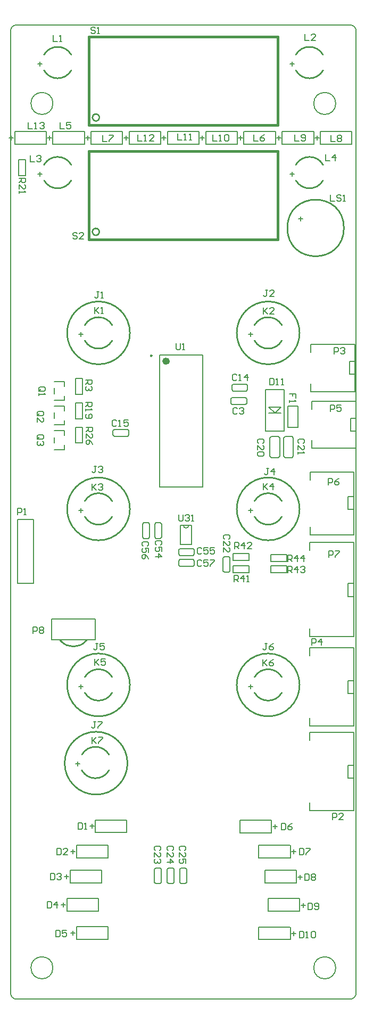
<source format=gto>
%FSLAX25Y25*%
%MOIN*%
G70*
G01*
G75*
%ADD10R,0.07874X0.07874*%
%ADD11R,0.02756X0.03347*%
%ADD12R,0.03347X0.02756*%
%ADD13R,0.03937X0.02362*%
%ADD14O,0.07480X0.02362*%
%ADD15O,0.03543X0.01969*%
%ADD16O,0.03543X0.01969*%
%ADD17R,0.03543X0.01969*%
%ADD18R,0.05118X0.03937*%
%ADD19C,0.04000*%
%ADD20C,0.01200*%
%ADD21C,0.01000*%
%ADD22C,0.01500*%
%ADD23C,0.03000*%
%ADD24C,0.02000*%
%ADD25C,0.05000*%
%ADD26C,0.00800*%
%ADD27C,0.00500*%
%ADD28C,0.07874*%
%ADD29C,0.03937*%
%ADD30C,0.05906*%
%ADD31C,0.06000*%
%ADD32C,0.04724*%
%ADD33R,0.05906X0.05906*%
%ADD34C,0.03000*%
%ADD35C,0.02000*%
%ADD36C,0.04000*%
%ADD37O,0.06693X0.02165*%
%ADD38O,0.02165X0.06693*%
%ADD39R,0.03000X0.06000*%
%ADD40R,0.03937X0.05118*%
%ADD41C,0.00984*%
%ADD42C,0.02362*%
%ADD43C,0.00787*%
%ADD44C,0.00500*%
D21*
X181102Y-303150D02*
G03*
X181102Y-303150I-19685J0D01*
G01*
X152893Y-308071D02*
G03*
X169941Y-308071I8524J4921D01*
G01*
Y-298228D02*
G03*
X152893Y-298228I-8524J-4921D01*
G01*
X181102Y-413386D02*
G03*
X181102Y-413386I-19685J0D01*
G01*
X73285Y-462400D02*
G03*
X73285Y-462400I-19685J0D01*
G01*
X44676Y-466921D02*
G03*
X61724Y-466921I8524J4921D01*
G01*
Y-457079D02*
G03*
X44676Y-457079I-8524J-4921D01*
G01*
X46594Y-418307D02*
G03*
X63642Y-418307I8524J4921D01*
G01*
Y-408465D02*
G03*
X46594Y-408465I-8524J-4921D01*
G01*
X74803Y-413386D02*
G03*
X74803Y-413386I-19685J0D01*
G01*
Y-303150D02*
G03*
X74803Y-303150I-19685J0D01*
G01*
X46594Y-308071D02*
G03*
X63642Y-308071I8524J4921D01*
G01*
Y-298228D02*
G03*
X46594Y-298228I-8524J-4921D01*
G01*
X74803Y-192913D02*
G03*
X74803Y-192913I-19685J0D01*
G01*
X46594Y-197835D02*
G03*
X63642Y-197835I8524J4921D01*
G01*
Y-187992D02*
G03*
X46594Y-187992I-8524J-4921D01*
G01*
X152893Y-197835D02*
G03*
X169941Y-197835I8524J4921D01*
G01*
Y-187992D02*
G03*
X152893Y-187992I-8524J-4921D01*
G01*
X181102Y-192913D02*
G03*
X181102Y-192913I-19685J0D01*
G01*
X208859Y-127200D02*
G03*
X208859Y-127200I-17717J0D01*
G01*
X178760Y-97441D02*
G03*
X195807Y-97441I8524J4921D01*
G01*
Y-87598D02*
G03*
X178760Y-87598I-8524J-4921D01*
G01*
X55689Y-129258D02*
G03*
X55715Y-129600I-2221J-342D01*
G01*
X178760Y-28543D02*
G03*
X195807Y-28543I8524J4921D01*
G01*
Y-18701D02*
G03*
X178760Y-18701I-8524J-4921D01*
G01*
X21004Y-28543D02*
G03*
X38051Y-28543I8524J4921D01*
G01*
Y-18701D02*
G03*
X21004Y-18701I-8524J-4921D01*
G01*
Y-97441D02*
G03*
X38051Y-97441I8524J4921D01*
G01*
Y-87598D02*
G03*
X21004Y-87598I-8524J-4921D01*
G01*
X152893Y-418307D02*
G03*
X169941Y-418307I8524J4921D01*
G01*
Y-408465D02*
G03*
X152893Y-408465I-8524J-4921D01*
G01*
X55721Y-57658D02*
G03*
X55747Y-58000I-2221J-342D01*
G01*
X31221Y-385582D02*
G03*
X47628Y-385523I8179J6882D01*
G01*
D22*
X49213Y-134259D02*
Y-79141D01*
X167323Y-134259D02*
Y-79141D01*
X49213D02*
X167323D01*
X49213Y-134259D02*
X167323D01*
X49245Y-62659D02*
X167355D01*
X49245Y-7541D02*
X167355D01*
Y-62659D02*
Y-7541D01*
X49245Y-62659D02*
Y-7541D01*
D27*
X108234Y-313338D02*
G03*
X111777Y-313338I1772J0D01*
G01*
X161663Y-239305D02*
X165600Y-243242D01*
X169537Y-239305D01*
X161663Y-243242D02*
X169537D01*
X161663Y-239305D02*
X169537D01*
X171506Y-254266D02*
Y-228282D01*
X159695Y-254266D02*
X171506D01*
X159695D02*
Y-228282D01*
X171506D01*
X147187Y-233435D02*
X147974Y-234222D01*
X147187Y-237765D02*
X147974Y-236978D01*
X138132D02*
X138919Y-237765D01*
X138132Y-234222D02*
X138919Y-233435D01*
X147187D01*
X138132Y-236978D02*
Y-234222D01*
X147974Y-236978D02*
Y-234222D01*
X138919Y-237765D02*
X147187D01*
X40635Y-246624D02*
X44965D01*
X40635Y-236781D02*
X44965D01*
X40635Y-246624D02*
Y-236781D01*
X44965Y-246624D02*
Y-236781D01*
X33799Y-235234D02*
Y-232281D01*
Y-226376D02*
Y-223423D01*
X27500Y-231100D02*
Y-227557D01*
Y-235234D02*
X33799D01*
X27500Y-223423D02*
X33799D01*
X5035Y-84526D02*
X9365D01*
X5035Y-94368D02*
X9365D01*
Y-84526D01*
X5035Y-94368D02*
Y-84526D01*
X159449Y-537500D02*
X179134D01*
X179191D02*
Y-529626D01*
X159449Y-537437D02*
Y-529563D01*
X179134D01*
X155512Y-521717D02*
X175197D01*
X175254D02*
Y-513843D01*
X155512Y-521654D02*
Y-513780D01*
X175197D01*
X143701Y-505968D02*
X163386D01*
X163443D02*
Y-498094D01*
X143701Y-505906D02*
Y-498031D01*
X163386D01*
X41339Y-564898D02*
X61024D01*
X41281Y-572772D02*
Y-564898D01*
X61024Y-572835D02*
Y-564961D01*
X41339Y-572835D02*
X61024D01*
X35433Y-547181D02*
X55118D01*
X35376Y-555055D02*
Y-547181D01*
X55118Y-555118D02*
Y-547244D01*
X35433Y-555118D02*
X55118D01*
X37402Y-529465D02*
X57087D01*
X37344Y-537339D02*
Y-529465D01*
X57087Y-537402D02*
Y-529528D01*
X37402Y-537402D02*
X57087D01*
X41339Y-513717D02*
X61024D01*
X41281Y-521591D02*
Y-513717D01*
X61024Y-521654D02*
Y-513780D01*
X41339Y-521654D02*
X61024D01*
X53150Y-497968D02*
X72835D01*
X53092Y-505843D02*
Y-497968D01*
X72835Y-505906D02*
Y-498031D01*
X53150Y-505906D02*
X72835D01*
X187400Y-383043D02*
Y-378000D01*
Y-383043D02*
X214959D01*
Y-323987D01*
X187400D02*
X214959D01*
X187400Y-329030D02*
Y-323987D01*
X211341Y-349900D02*
X214800D01*
X211341Y-358000D02*
Y-349900D01*
Y-358000D02*
X214800D01*
X211341Y-418700D02*
X214800D01*
X211341D02*
Y-410600D01*
X214800D01*
X187400Y-394972D02*
Y-389930D01*
Y-439143D02*
Y-434100D01*
Y-439143D02*
X214959D01*
Y-389930D01*
X187400D02*
X214959D01*
X211441Y-471700D02*
X214900D01*
X211441D02*
Y-463600D01*
X214900D01*
X187500Y-447972D02*
Y-442930D01*
Y-492143D02*
Y-487100D01*
Y-492143D02*
X215059D01*
Y-442930D01*
X187500D02*
X215059D01*
X211441Y-303400D02*
X214900D01*
X211441D02*
Y-295300D01*
X214900D01*
X187600Y-280072D02*
X215159D01*
Y-319443D02*
Y-280072D01*
X187600Y-285115D02*
Y-280072D01*
Y-319443D02*
X215159D01*
X187600D02*
Y-314400D01*
X188900Y-265243D02*
X216459D01*
X188900Y-235715D02*
X216459D01*
Y-265243D02*
Y-235715D01*
X188900Y-265243D02*
Y-260200D01*
Y-240757D02*
Y-235715D01*
X213000Y-246300D02*
X216459D01*
X213000Y-254400D02*
Y-246300D01*
Y-254400D02*
X216459D01*
X188200Y-229643D02*
X215759D01*
X188200Y-200115D02*
X215759D01*
Y-229643D02*
Y-200115D01*
X188200Y-229643D02*
Y-224600D01*
Y-205157D02*
Y-200115D01*
X212300Y-210700D02*
X215759D01*
X212300Y-218800D02*
Y-210700D01*
Y-218800D02*
X215759D01*
X161417Y-555181D02*
X181102D01*
X181160D02*
Y-547307D01*
X161417Y-555118D02*
Y-547244D01*
X181102D01*
X155512Y-572898D02*
X175197D01*
X175254D02*
Y-565024D01*
X155512Y-572835D02*
Y-564961D01*
X175197D01*
X25900Y-372204D02*
X53100D01*
Y-385196D02*
Y-372204D01*
X25900Y-385196D02*
X53100D01*
X25900D02*
Y-372204D01*
X26614Y-66866D02*
X46299D01*
X26557Y-74740D02*
Y-66866D01*
X46299Y-74803D02*
Y-66929D01*
X26614Y-74803D02*
X46299D01*
X146299Y-66866D02*
X165984D01*
X146242Y-74740D02*
Y-66866D01*
X165984Y-74803D02*
Y-66929D01*
X146299Y-74803D02*
X165984D01*
X50551Y-66866D02*
X70236D01*
X50494Y-74740D02*
Y-66866D01*
X70236Y-74803D02*
Y-66929D01*
X50551Y-74803D02*
X70236D01*
X170236Y-66866D02*
X189921D01*
X170179Y-74740D02*
Y-66866D01*
X189921Y-74803D02*
Y-66929D01*
X170236Y-74803D02*
X189921D01*
X194173Y-66803D02*
X213858D01*
X194116Y-74677D02*
Y-66803D01*
X213858Y-74740D02*
Y-66866D01*
X194173Y-74740D02*
X213858D01*
X122362Y-66866D02*
X142047D01*
X122305Y-74740D02*
Y-66866D01*
X142047Y-74803D02*
Y-66929D01*
X122362Y-74803D02*
X142047D01*
X98425Y-66866D02*
X118110D01*
X98368Y-74740D02*
Y-66866D01*
X118110Y-74803D02*
Y-66929D01*
X98425Y-74803D02*
X118110D01*
X74488Y-66866D02*
X94173D01*
X74431Y-74740D02*
Y-66866D01*
X94173Y-74803D02*
Y-66929D01*
X74488Y-74803D02*
X94173D01*
X2677Y-66866D02*
X22362D01*
X2620Y-74740D02*
Y-66866D01*
X22362Y-74803D02*
Y-66929D01*
X2677Y-74803D02*
X22362D01*
X113549Y-325543D02*
Y-313338D01*
X106462Y-325543D02*
X113549D01*
X106462Y-313338D02*
X113549D01*
X106462Y-325543D02*
Y-313338D01*
X33799Y-250588D02*
Y-247635D01*
Y-241730D02*
Y-238777D01*
X27500Y-246454D02*
Y-242911D01*
Y-250588D02*
X33799D01*
X27500Y-238777D02*
X33799D01*
Y-265943D02*
Y-262990D01*
Y-257084D02*
Y-254131D01*
X27500Y-261809D02*
Y-258265D01*
Y-265943D02*
X33799D01*
X27500Y-254131D02*
X33799D01*
X179950Y-252056D02*
Y-238670D01*
X173650Y-252056D02*
Y-238670D01*
Y-252056D02*
X179950D01*
X173650Y-238670D02*
X179950D01*
X162350Y-270246D02*
Y-258828D01*
X163335Y-271230D02*
X167665D01*
X168650Y-270246D02*
Y-258828D01*
X163335Y-257844D02*
X167665D01*
X168650Y-258828D01*
X162350D02*
X163335Y-257844D01*
X167665Y-271230D02*
X168650Y-270246D01*
X162350D02*
X163335Y-271230D01*
X170950Y-270146D02*
Y-258728D01*
X171935Y-271130D02*
X176265D01*
X177250Y-270146D02*
Y-258728D01*
X171935Y-257744D02*
X176265D01*
X177250Y-258728D01*
X170950D02*
X171935Y-257744D01*
X176265Y-271130D02*
X177250Y-270146D01*
X170950D02*
X171935Y-271130D01*
X40635Y-261874D02*
X44965D01*
X40635Y-252031D02*
X44965D01*
X40635Y-261874D02*
Y-252031D01*
X44965Y-261874D02*
Y-252031D01*
X149274Y-343000D02*
Y-338669D01*
X139432Y-343000D02*
Y-338669D01*
Y-343000D02*
X149274D01*
X139432Y-338669D02*
X149274D01*
X139426Y-335465D02*
Y-331135D01*
X149269Y-335465D02*
Y-331135D01*
X139426D02*
X149269D01*
X139426Y-335465D02*
X149269D01*
X172974Y-343165D02*
Y-338835D01*
X163132Y-343165D02*
Y-338835D01*
Y-343165D02*
X172974D01*
X163132Y-338835D02*
X172974D01*
X163126Y-335965D02*
Y-331635D01*
X172969Y-335965D02*
Y-331635D01*
X163126D02*
X172969D01*
X163126Y-335965D02*
X172969D01*
X147687Y-224935D02*
X148474Y-225722D01*
X147687Y-229265D02*
X148474Y-228478D01*
X138632D02*
X139419Y-229265D01*
X138632Y-225722D02*
X139419Y-224935D01*
X147687D01*
X138632Y-228478D02*
Y-225722D01*
X148474Y-228478D02*
Y-225722D01*
X139419Y-229265D02*
X147687D01*
X64226Y-256878D02*
X65013Y-257665D01*
X64226Y-254122D02*
X65013Y-253335D01*
X73281D02*
X74069Y-254122D01*
X73281Y-257665D02*
X74069Y-256878D01*
X65013Y-257665D02*
X73281D01*
X74069Y-256878D02*
Y-254122D01*
X64226Y-256878D02*
Y-254122D01*
X65013Y-253335D02*
X73281D01*
X133235Y-333713D02*
X134022Y-332926D01*
X136778D02*
X137565Y-333713D01*
X136778Y-342768D02*
X137565Y-341981D01*
X133235D02*
X134022Y-342768D01*
X133235Y-341981D02*
Y-333713D01*
X134022Y-342768D02*
X136778D01*
X134022Y-332926D02*
X136778D01*
X137565Y-341981D02*
Y-333713D01*
X93778Y-537774D02*
X94565Y-536987D01*
X90235D02*
X91022Y-537774D01*
X90235Y-528719D02*
X91022Y-527931D01*
X93778D02*
X94565Y-528719D01*
Y-536987D02*
Y-528719D01*
X91022Y-527931D02*
X93778D01*
X91022Y-537774D02*
X93778D01*
X90235Y-536987D02*
Y-528719D01*
X101778Y-537774D02*
X102565Y-536987D01*
X98235D02*
X99022Y-537774D01*
X98235Y-528719D02*
X99022Y-527931D01*
X101778D02*
X102565Y-528719D01*
Y-536987D02*
Y-528719D01*
X99022Y-527931D02*
X101778D01*
X99022Y-537774D02*
X101778D01*
X98235Y-536987D02*
Y-528719D01*
X109478Y-537774D02*
X110265Y-536987D01*
X105935D02*
X106722Y-537774D01*
X105935Y-528719D02*
X106722Y-527931D01*
X109478D02*
X110265Y-528719D01*
Y-536987D02*
Y-528719D01*
X106722Y-527931D02*
X109478D01*
X106722Y-537774D02*
X109478D01*
X105935Y-536987D02*
Y-528719D01*
X90335Y-312613D02*
X91122Y-311826D01*
X93878D02*
X94665Y-312613D01*
X93878Y-321668D02*
X94665Y-320881D01*
X90335D02*
X91122Y-321668D01*
X90335Y-320881D02*
Y-312613D01*
X91122Y-321668D02*
X93878D01*
X91122Y-311826D02*
X93878D01*
X94665Y-320881D02*
Y-312613D01*
X114387Y-328035D02*
X115174Y-328822D01*
X114387Y-332365D02*
X115174Y-331578D01*
X105332D02*
X106119Y-332365D01*
X105332Y-328822D02*
X106119Y-328035D01*
X114387D01*
X105332Y-331578D02*
Y-328822D01*
X115174Y-331578D02*
Y-328822D01*
X106119Y-332365D02*
X114387D01*
X86278Y-321674D02*
X87065Y-320887D01*
X82735D02*
X83522Y-321674D01*
X82735Y-312619D02*
X83522Y-311831D01*
X86278D02*
X87065Y-312619D01*
Y-320887D02*
Y-312619D01*
X83522Y-311831D02*
X86278D01*
X83522Y-321674D02*
X86278D01*
X82735Y-320887D02*
Y-312619D01*
X105326Y-338378D02*
X106113Y-339165D01*
X105326Y-335622D02*
X106113Y-334835D01*
X114381D02*
X115169Y-335622D01*
X114381Y-339165D02*
X115169Y-338378D01*
X106113Y-339165D02*
X114381D01*
X115169Y-338378D02*
Y-335622D01*
X105326Y-338378D02*
Y-335622D01*
X106113Y-334835D02*
X114381D01*
X40635Y-231374D02*
X44965D01*
X40635Y-221531D02*
X44965D01*
X40635Y-231374D02*
Y-221531D01*
X44965Y-231374D02*
Y-221531D01*
X162300Y-221501D02*
Y-225500D01*
X164299D01*
X164966Y-224834D01*
Y-222168D01*
X164299Y-221501D01*
X162300D01*
X166299Y-225500D02*
X167632D01*
X166965D01*
Y-221501D01*
X166299Y-222168D01*
X169631Y-225500D02*
X170964D01*
X170297D01*
Y-221501D01*
X169631Y-222168D01*
X142166Y-240368D02*
X141499Y-239701D01*
X140166D01*
X139500Y-240368D01*
Y-243034D01*
X140166Y-243700D01*
X141499D01*
X142166Y-243034D01*
X143499Y-240368D02*
X144165Y-239701D01*
X145498D01*
X146165Y-240368D01*
Y-241034D01*
X145498Y-241701D01*
X144832D01*
X145498D01*
X146165Y-242367D01*
Y-243034D01*
X145498Y-243700D01*
X144165D01*
X143499Y-243034D01*
X161766Y-277701D02*
X160433D01*
X161099D01*
Y-281034D01*
X160433Y-281700D01*
X159766D01*
X159100Y-281034D01*
X165098Y-281700D02*
Y-277701D01*
X163099Y-279701D01*
X165764D01*
X158400Y-287201D02*
Y-291200D01*
Y-289867D01*
X161066Y-287201D01*
X159066Y-289201D01*
X161066Y-291200D01*
X164398D02*
Y-287201D01*
X162399Y-289201D01*
X165065D01*
X149117Y-304050D02*
X151783D01*
X150450Y-302717D02*
Y-305383D01*
X160766Y-387301D02*
X159433D01*
X160099D01*
Y-390634D01*
X159433Y-391300D01*
X158766D01*
X158100Y-390634D01*
X164764Y-387301D02*
X163432Y-387968D01*
X162099Y-389301D01*
Y-390634D01*
X162765Y-391300D01*
X164098D01*
X164764Y-390634D01*
Y-389967D01*
X164098Y-389301D01*
X162099D01*
X53566Y-436301D02*
X52233D01*
X52899D01*
Y-439634D01*
X52233Y-440300D01*
X51566D01*
X50900Y-439634D01*
X54899Y-436301D02*
X57565D01*
Y-436968D01*
X54899Y-439634D01*
Y-440300D01*
X51000Y-446201D02*
Y-450200D01*
Y-448867D01*
X53666Y-446201D01*
X51666Y-448201D01*
X53666Y-450200D01*
X54999Y-446201D02*
X57665D01*
Y-446868D01*
X54999Y-449534D01*
Y-450200D01*
X40900Y-462901D02*
X43566D01*
X42233Y-461568D02*
Y-464234D01*
X52900Y-397201D02*
Y-401200D01*
Y-399867D01*
X55566Y-397201D01*
X53566Y-399201D01*
X55566Y-401200D01*
X59565Y-397201D02*
X56899D01*
Y-399201D01*
X58232Y-398534D01*
X58898D01*
X59565Y-399201D01*
Y-400534D01*
X58898Y-401200D01*
X57565D01*
X56899Y-400534D01*
X42818Y-414287D02*
X45484D01*
X44151Y-412954D02*
Y-415619D01*
X54866Y-387301D02*
X53533D01*
X54199D01*
Y-390634D01*
X53533Y-391300D01*
X52866D01*
X52200Y-390634D01*
X58864Y-387301D02*
X56199D01*
Y-389301D01*
X57532Y-388634D01*
X58198D01*
X58864Y-389301D01*
Y-390634D01*
X58198Y-391300D01*
X56865D01*
X56199Y-390634D01*
X53866Y-276301D02*
X52533D01*
X53199D01*
Y-279634D01*
X52533Y-280300D01*
X51866D01*
X51200Y-279634D01*
X55199Y-276968D02*
X55865Y-276301D01*
X57198D01*
X57864Y-276968D01*
Y-277634D01*
X57198Y-278301D01*
X56532D01*
X57198D01*
X57864Y-278967D01*
Y-279634D01*
X57198Y-280300D01*
X55865D01*
X55199Y-279634D01*
X51200Y-287301D02*
Y-291300D01*
Y-289967D01*
X53866Y-287301D01*
X51866Y-289301D01*
X53866Y-291300D01*
X55199Y-287968D02*
X55865Y-287301D01*
X57198D01*
X57864Y-287968D01*
Y-288634D01*
X57198Y-289301D01*
X56532D01*
X57198D01*
X57864Y-289967D01*
Y-290634D01*
X57198Y-291300D01*
X55865D01*
X55199Y-290634D01*
X42818Y-304050D02*
X45484D01*
X44151Y-302717D02*
Y-305383D01*
X47200Y-236300D02*
X51199D01*
Y-238299D01*
X50532Y-238966D01*
X49199D01*
X48533Y-238299D01*
Y-236300D01*
Y-237633D02*
X47200Y-238966D01*
Y-240299D02*
Y-241632D01*
Y-240965D01*
X51199D01*
X50532Y-240299D01*
X47866Y-243631D02*
X47200Y-244297D01*
Y-245630D01*
X47866Y-246297D01*
X50532D01*
X51199Y-245630D01*
Y-244297D01*
X50532Y-243631D01*
X49866D01*
X49199Y-244297D01*
Y-246297D01*
X18367Y-229466D02*
X21032D01*
X21699Y-228799D01*
Y-227466D01*
X21032Y-226800D01*
X18367D01*
X17700Y-227466D01*
Y-228799D01*
X19033Y-228133D02*
X17700Y-229466D01*
Y-228799D02*
X18367Y-229466D01*
X17700Y-230799D02*
Y-232132D01*
Y-231465D01*
X21699D01*
X21032Y-230799D01*
X55366Y-167001D02*
X54033D01*
X54699D01*
Y-170334D01*
X54033Y-171000D01*
X53366D01*
X52700Y-170334D01*
X56699Y-171000D02*
X58032D01*
X57365D01*
Y-167001D01*
X56699Y-167668D01*
X52800Y-176901D02*
Y-180900D01*
Y-179567D01*
X55466Y-176901D01*
X53466Y-178901D01*
X55466Y-180900D01*
X56799D02*
X58132D01*
X57465D01*
Y-176901D01*
X56799Y-177568D01*
X42818Y-193814D02*
X45484D01*
X44151Y-192481D02*
Y-195147D01*
X158300Y-177201D02*
Y-181200D01*
Y-179867D01*
X160966Y-177201D01*
X158967Y-179201D01*
X160966Y-181200D01*
X164964D02*
X162299D01*
X164964Y-178534D01*
Y-177868D01*
X164298Y-177201D01*
X162965D01*
X162299Y-177868D01*
X149117Y-193814D02*
X151783D01*
X150450Y-192481D02*
Y-195147D01*
X160966Y-166101D02*
X159633D01*
X160299D01*
Y-169433D01*
X159633Y-170100D01*
X158967D01*
X158300Y-169433D01*
X164964Y-170100D02*
X162299D01*
X164964Y-167434D01*
Y-166768D01*
X164298Y-166101D01*
X162965D01*
X162299Y-166768D01*
X200300Y-106301D02*
Y-110300D01*
X202966D01*
X206964Y-106968D02*
X206298Y-106301D01*
X204965D01*
X204299Y-106968D01*
Y-107634D01*
X204965Y-108301D01*
X206298D01*
X206964Y-108967D01*
Y-109634D01*
X206298Y-110300D01*
X204965D01*
X204299Y-109634D01*
X208297Y-110300D02*
X209630D01*
X208964D01*
Y-106301D01*
X208297Y-106968D01*
X181899Y-120100D02*
Y-122766D01*
X183232Y-121433D02*
X180567D01*
X197300Y-81201D02*
Y-85200D01*
X199966D01*
X203298D02*
Y-81201D01*
X201299Y-83201D01*
X203964D01*
X174984Y-93420D02*
X177649D01*
X176316Y-92087D02*
Y-94753D01*
X41766Y-130768D02*
X41099Y-130101D01*
X39766D01*
X39100Y-130768D01*
Y-131434D01*
X39766Y-132101D01*
X41099D01*
X41766Y-132767D01*
Y-133433D01*
X41099Y-134100D01*
X39766D01*
X39100Y-133433D01*
X45764Y-134100D02*
X43099D01*
X45764Y-131434D01*
Y-130768D01*
X45098Y-130101D01*
X43765D01*
X43099Y-130768D01*
X5400Y-96100D02*
X9399D01*
Y-98099D01*
X8732Y-98766D01*
X7399D01*
X6733Y-98099D01*
Y-96100D01*
Y-97433D02*
X5400Y-98766D01*
Y-102764D02*
Y-100099D01*
X8066Y-102764D01*
X8732D01*
X9399Y-102098D01*
Y-100765D01*
X8732Y-100099D01*
X5400Y-104097D02*
Y-105430D01*
Y-104764D01*
X9399D01*
X8732Y-104097D01*
X184400Y-5901D02*
Y-9900D01*
X187066D01*
X191065D02*
X188399D01*
X191065Y-7234D01*
Y-6568D01*
X190398Y-5901D01*
X189065D01*
X188399Y-6568D01*
X174984Y-24523D02*
X177649D01*
X176316Y-23190D02*
Y-25856D01*
X26600Y-6301D02*
Y-10300D01*
X29266D01*
X30599D02*
X31932D01*
X31265D01*
Y-6301D01*
X30599Y-6968D01*
X17228Y-24523D02*
X19893D01*
X18561Y-23190D02*
Y-25856D01*
X181000Y-567601D02*
Y-571600D01*
X182999D01*
X183666Y-570934D01*
Y-568268D01*
X182999Y-567601D01*
X181000D01*
X184999Y-571600D02*
X186332D01*
X185665D01*
Y-567601D01*
X184999Y-568268D01*
X188331D02*
X188997Y-567601D01*
X190330D01*
X190997Y-568268D01*
Y-570934D01*
X190330Y-571600D01*
X188997D01*
X188331Y-570934D01*
Y-568268D01*
X186500Y-550101D02*
Y-554100D01*
X188499D01*
X189166Y-553434D01*
Y-550768D01*
X188499Y-550101D01*
X186500D01*
X190499Y-553434D02*
X191165Y-554100D01*
X192498D01*
X193165Y-553434D01*
Y-550768D01*
X192498Y-550101D01*
X191165D01*
X190499Y-550768D01*
Y-551434D01*
X191165Y-552101D01*
X193165D01*
X17367Y-259266D02*
X20032D01*
X20699Y-258599D01*
Y-257266D01*
X20032Y-256600D01*
X17367D01*
X16700Y-257266D01*
Y-258599D01*
X18033Y-257933D02*
X16700Y-259266D01*
Y-258599D02*
X17367Y-259266D01*
X20032Y-260599D02*
X20699Y-261265D01*
Y-262598D01*
X20032Y-263264D01*
X19366D01*
X18699Y-262598D01*
Y-261932D01*
Y-262598D01*
X18033Y-263264D01*
X17367D01*
X16700Y-262598D01*
Y-261265D01*
X17367Y-260599D01*
Y-244666D02*
X20032D01*
X20699Y-243999D01*
Y-242666D01*
X20032Y-242000D01*
X17367D01*
X16700Y-242666D01*
Y-243999D01*
X18033Y-243333D02*
X16700Y-244666D01*
Y-243999D02*
X17367Y-244666D01*
X16700Y-248664D02*
Y-245999D01*
X19366Y-248664D01*
X20032D01*
X20699Y-247998D01*
Y-246665D01*
X20032Y-245999D01*
X105500Y-306601D02*
Y-309934D01*
X106167Y-310600D01*
X107499D01*
X108166Y-309934D01*
Y-306601D01*
X109499Y-307268D02*
X110165Y-306601D01*
X111498D01*
X112164Y-307268D01*
Y-307934D01*
X111498Y-308601D01*
X110832D01*
X111498D01*
X112164Y-309267D01*
Y-309934D01*
X111498Y-310600D01*
X110165D01*
X109499Y-309934D01*
X113497Y-310600D02*
X114830D01*
X114164D01*
Y-306601D01*
X113497Y-307268D01*
X103900Y-199401D02*
Y-202733D01*
X104567Y-203400D01*
X105899D01*
X106566Y-202733D01*
Y-199401D01*
X107899Y-203400D02*
X109232D01*
X108565D01*
Y-199401D01*
X107899Y-200068D01*
X173800Y-336200D02*
Y-332201D01*
X175799D01*
X176466Y-332868D01*
Y-334201D01*
X175799Y-334867D01*
X173800D01*
X175133D02*
X176466Y-336200D01*
X179798D02*
Y-332201D01*
X177799Y-334201D01*
X180464D01*
X183797Y-336200D02*
Y-332201D01*
X181797Y-334201D01*
X184463D01*
X173900Y-343000D02*
Y-339001D01*
X175899D01*
X176566Y-339668D01*
Y-341001D01*
X175899Y-341667D01*
X173900D01*
X175233D02*
X176566Y-343000D01*
X179898D02*
Y-339001D01*
X177899Y-341001D01*
X180564D01*
X181897Y-339668D02*
X182564Y-339001D01*
X183897D01*
X184563Y-339668D01*
Y-340334D01*
X183897Y-341001D01*
X183230D01*
X183897D01*
X184563Y-341667D01*
Y-342334D01*
X183897Y-343000D01*
X182564D01*
X181897Y-342334D01*
X140400Y-328000D02*
Y-324001D01*
X142399D01*
X143066Y-324668D01*
Y-326001D01*
X142399Y-326667D01*
X140400D01*
X141733D02*
X143066Y-328000D01*
X146398D02*
Y-324001D01*
X144399Y-326001D01*
X147064D01*
X151063Y-328000D02*
X148397D01*
X151063Y-325334D01*
Y-324668D01*
X150397Y-324001D01*
X149064D01*
X148397Y-324668D01*
X140000Y-348800D02*
Y-344801D01*
X141999D01*
X142666Y-345468D01*
Y-346801D01*
X141999Y-347467D01*
X140000D01*
X141333D02*
X142666Y-348800D01*
X145998D02*
Y-344801D01*
X143999Y-346801D01*
X146665D01*
X147997Y-348800D02*
X149330D01*
X148664D01*
Y-344801D01*
X147997Y-345468D01*
X47400Y-252000D02*
X51399D01*
Y-253999D01*
X50732Y-254666D01*
X49399D01*
X48733Y-253999D01*
Y-252000D01*
Y-253333D02*
X47400Y-254666D01*
Y-258664D02*
Y-255999D01*
X50066Y-258664D01*
X50732D01*
X51399Y-257998D01*
Y-256665D01*
X50732Y-255999D01*
X51399Y-262663D02*
X50732Y-261330D01*
X49399Y-259997D01*
X48066D01*
X47400Y-260664D01*
Y-261997D01*
X48066Y-262663D01*
X48733D01*
X49399Y-261997D01*
Y-259997D01*
X14200Y-381100D02*
Y-377101D01*
X16199D01*
X16866Y-377768D01*
Y-379101D01*
X16199Y-379767D01*
X14200D01*
X18199Y-377768D02*
X18865Y-377101D01*
X20198D01*
X20865Y-377768D01*
Y-378434D01*
X20198Y-379101D01*
X20865Y-379767D01*
Y-380434D01*
X20198Y-381100D01*
X18865D01*
X18199Y-380434D01*
Y-379767D01*
X18865Y-379101D01*
X18199Y-378434D01*
Y-377768D01*
X18865Y-379101D02*
X20198D01*
X199400Y-333400D02*
Y-329401D01*
X201399D01*
X202066Y-330068D01*
Y-331401D01*
X201399Y-332067D01*
X199400D01*
X203399Y-329401D02*
X206065D01*
Y-330068D01*
X203399Y-332734D01*
Y-333400D01*
X199000Y-288200D02*
Y-284201D01*
X200999D01*
X201666Y-284868D01*
Y-286201D01*
X200999Y-286867D01*
X199000D01*
X205664Y-284201D02*
X204332Y-284868D01*
X202999Y-286201D01*
Y-287534D01*
X203665Y-288200D01*
X204998D01*
X205664Y-287534D01*
Y-286867D01*
X204998Y-286201D01*
X202999D01*
X200400Y-242000D02*
Y-238001D01*
X202399D01*
X203066Y-238668D01*
Y-240001D01*
X202399Y-240667D01*
X200400D01*
X207065Y-238001D02*
X204399D01*
Y-240001D01*
X205732Y-239334D01*
X206398D01*
X207065Y-240001D01*
Y-241334D01*
X206398Y-242000D01*
X205065D01*
X204399Y-241334D01*
X188600Y-388500D02*
Y-384501D01*
X190599D01*
X191266Y-385168D01*
Y-386501D01*
X190599Y-387167D01*
X188600D01*
X194598Y-388500D02*
Y-384501D01*
X192599Y-386501D01*
X195264D01*
X202800Y-206100D02*
Y-202101D01*
X204799D01*
X205466Y-202768D01*
Y-204101D01*
X204799Y-204767D01*
X202800D01*
X206799Y-202768D02*
X207465Y-202101D01*
X208798D01*
X209465Y-202768D01*
Y-203434D01*
X208798Y-204101D01*
X208132D01*
X208798D01*
X209465Y-204767D01*
Y-205434D01*
X208798Y-206100D01*
X207465D01*
X206799Y-205434D01*
X201700Y-497600D02*
Y-493601D01*
X203699D01*
X204366Y-494268D01*
Y-495601D01*
X203699Y-496267D01*
X201700D01*
X208365Y-497600D02*
X205699D01*
X208365Y-494934D01*
Y-494268D01*
X207698Y-493601D01*
X206365D01*
X205699Y-494268D01*
X11065Y-61201D02*
Y-65200D01*
X13730D01*
X15063D02*
X16396D01*
X15730D01*
Y-61201D01*
X15063Y-61868D01*
X18395D02*
X19062Y-61201D01*
X20395D01*
X21061Y-61868D01*
Y-62534D01*
X20395Y-63201D01*
X19728D01*
X20395D01*
X21061Y-63867D01*
Y-64534D01*
X20395Y-65200D01*
X19062D01*
X18395Y-64534D01*
X79800Y-68701D02*
Y-72700D01*
X82466D01*
X83799D02*
X85132D01*
X84465D01*
Y-68701D01*
X83799Y-69368D01*
X89797Y-72700D02*
X87131D01*
X89797Y-70034D01*
Y-69368D01*
X89130Y-68701D01*
X87797D01*
X87131Y-69368D01*
X104600Y-68201D02*
Y-72200D01*
X107266D01*
X108599D02*
X109932D01*
X109265D01*
Y-68201D01*
X108599Y-68868D01*
X111931Y-72200D02*
X113264D01*
X112597D01*
Y-68201D01*
X111931Y-68868D01*
X126800Y-68701D02*
Y-72700D01*
X129466D01*
X130799D02*
X132132D01*
X131465D01*
Y-68701D01*
X130799Y-69368D01*
X134131D02*
X134797Y-68701D01*
X136130D01*
X136797Y-69368D01*
Y-72034D01*
X136130Y-72700D01*
X134797D01*
X134131Y-72034D01*
Y-69368D01*
X178100Y-68801D02*
Y-72800D01*
X180766D01*
X182099Y-72134D02*
X182765Y-72800D01*
X184098D01*
X184765Y-72134D01*
Y-69468D01*
X184098Y-68801D01*
X182765D01*
X182099Y-69468D01*
Y-70134D01*
X182765Y-70801D01*
X184765D01*
X200900Y-69201D02*
Y-73200D01*
X203566D01*
X204899Y-69868D02*
X205565Y-69201D01*
X206898D01*
X207564Y-69868D01*
Y-70534D01*
X206898Y-71201D01*
X207564Y-71867D01*
Y-72534D01*
X206898Y-73200D01*
X205565D01*
X204899Y-72534D01*
Y-71867D01*
X205565Y-71201D01*
X204899Y-70534D01*
Y-69868D01*
X205565Y-71201D02*
X206898D01*
X57800Y-69101D02*
Y-73100D01*
X60466D01*
X61799Y-69101D02*
X64464D01*
Y-69768D01*
X61799Y-72434D01*
Y-73100D01*
X152500Y-68701D02*
Y-72700D01*
X155166D01*
X159165Y-68701D02*
X157832Y-69368D01*
X156499Y-70701D01*
Y-72034D01*
X157165Y-72700D01*
X158498D01*
X159165Y-72034D01*
Y-71367D01*
X158498Y-70701D01*
X156499D01*
X31000Y-61001D02*
Y-65000D01*
X33666D01*
X37664Y-61001D02*
X34999D01*
Y-63001D01*
X36332Y-62334D01*
X36998D01*
X37664Y-63001D01*
Y-64334D01*
X36998Y-65000D01*
X35665D01*
X34999Y-64334D01*
X178799Y-233866D02*
Y-231200D01*
X176799D01*
Y-232533D01*
Y-231200D01*
X174800D01*
Y-235199D02*
Y-236532D01*
Y-235865D01*
X178799D01*
X178132Y-235199D01*
X119666Y-335668D02*
X118999Y-335001D01*
X117666D01*
X117000Y-335668D01*
Y-338334D01*
X117666Y-339000D01*
X118999D01*
X119666Y-338334D01*
X123664Y-335001D02*
X120999D01*
Y-337001D01*
X122332Y-336334D01*
X122998D01*
X123664Y-337001D01*
Y-338334D01*
X122998Y-339000D01*
X121665D01*
X120999Y-338334D01*
X124997Y-335001D02*
X127663D01*
Y-335668D01*
X124997Y-338334D01*
Y-339000D01*
X85832Y-326466D02*
X86499Y-325799D01*
Y-324466D01*
X85832Y-323800D01*
X83166D01*
X82500Y-324466D01*
Y-325799D01*
X83166Y-326466D01*
X86499Y-330465D02*
Y-327799D01*
X84499D01*
X85166Y-329132D01*
Y-329798D01*
X84499Y-330465D01*
X83166D01*
X82500Y-329798D01*
Y-328465D01*
X83166Y-327799D01*
X86499Y-334463D02*
X85832Y-333130D01*
X84499Y-331797D01*
X83166D01*
X82500Y-332464D01*
Y-333797D01*
X83166Y-334463D01*
X83833D01*
X84499Y-333797D01*
Y-331797D01*
X119866Y-328068D02*
X119199Y-327401D01*
X117867D01*
X117200Y-328068D01*
Y-330734D01*
X117867Y-331400D01*
X119199D01*
X119866Y-330734D01*
X123864Y-327401D02*
X121199D01*
Y-329401D01*
X122532Y-328734D01*
X123198D01*
X123864Y-329401D01*
Y-330734D01*
X123198Y-331400D01*
X121865D01*
X121199Y-330734D01*
X127863Y-327401D02*
X125197D01*
Y-329401D01*
X126530Y-328734D01*
X127197D01*
X127863Y-329401D01*
Y-330734D01*
X127197Y-331400D01*
X125864D01*
X125197Y-330734D01*
X94032Y-325766D02*
X94699Y-325099D01*
Y-323766D01*
X94032Y-323100D01*
X91366D01*
X90700Y-323766D01*
Y-325099D01*
X91366Y-325766D01*
X94699Y-329765D02*
Y-327099D01*
X92699D01*
X93366Y-328432D01*
Y-329098D01*
X92699Y-329765D01*
X91366D01*
X90700Y-329098D01*
Y-327765D01*
X91366Y-327099D01*
X90700Y-333097D02*
X94699D01*
X92699Y-331097D01*
Y-333763D01*
X109032Y-517066D02*
X109699Y-516399D01*
Y-515066D01*
X109032Y-514400D01*
X106367D01*
X105700Y-515066D01*
Y-516399D01*
X106367Y-517066D01*
X105700Y-521065D02*
Y-518399D01*
X108366Y-521065D01*
X109032D01*
X109699Y-520398D01*
Y-519065D01*
X109032Y-518399D01*
X109699Y-525063D02*
Y-522397D01*
X107699D01*
X108366Y-523730D01*
Y-524397D01*
X107699Y-525063D01*
X106367D01*
X105700Y-524397D01*
Y-523064D01*
X106367Y-522397D01*
X101332Y-516966D02*
X101999Y-516299D01*
Y-514966D01*
X101332Y-514300D01*
X98666D01*
X98000Y-514966D01*
Y-516299D01*
X98666Y-516966D01*
X98000Y-520964D02*
Y-518299D01*
X100666Y-520964D01*
X101332D01*
X101999Y-520298D01*
Y-518965D01*
X101332Y-518299D01*
X98000Y-524297D02*
X101999D01*
X99999Y-522297D01*
Y-524963D01*
X93532Y-517066D02*
X94199Y-516399D01*
Y-515066D01*
X93532Y-514400D01*
X90866D01*
X90200Y-515066D01*
Y-516399D01*
X90866Y-517066D01*
X90200Y-521065D02*
Y-518399D01*
X92866Y-521065D01*
X93532D01*
X94199Y-520398D01*
Y-519065D01*
X93532Y-518399D01*
Y-522397D02*
X94199Y-523064D01*
Y-524397D01*
X93532Y-525063D01*
X92866D01*
X92199Y-524397D01*
Y-523730D01*
Y-524397D01*
X91533Y-525063D01*
X90866D01*
X90200Y-524397D01*
Y-523064D01*
X90866Y-522397D01*
X136732Y-322066D02*
X137399Y-321399D01*
Y-320066D01*
X136732Y-319400D01*
X134066D01*
X133400Y-320066D01*
Y-321399D01*
X134066Y-322066D01*
X133400Y-326064D02*
Y-323399D01*
X136066Y-326064D01*
X136732D01*
X137399Y-325398D01*
Y-324065D01*
X136732Y-323399D01*
X133400Y-330063D02*
Y-327397D01*
X136066Y-330063D01*
X136732D01*
X137399Y-329397D01*
Y-328064D01*
X136732Y-327397D01*
X183432Y-262066D02*
X184099Y-261399D01*
Y-260066D01*
X183432Y-259400D01*
X180766D01*
X180100Y-260066D01*
Y-261399D01*
X180766Y-262066D01*
X180100Y-266065D02*
Y-263399D01*
X182766Y-266065D01*
X183432D01*
X184099Y-265398D01*
Y-264065D01*
X183432Y-263399D01*
X180100Y-267397D02*
Y-268730D01*
Y-268064D01*
X184099D01*
X183432Y-267397D01*
X157932Y-262066D02*
X158599Y-261399D01*
Y-260066D01*
X157932Y-259400D01*
X155266D01*
X154600Y-260066D01*
Y-261399D01*
X155266Y-262066D01*
X154600Y-266065D02*
Y-263399D01*
X157266Y-266065D01*
X157932D01*
X158599Y-265398D01*
Y-264065D01*
X157932Y-263399D01*
Y-267397D02*
X158599Y-268064D01*
Y-269397D01*
X157932Y-270063D01*
X155266D01*
X154600Y-269397D01*
Y-268064D01*
X155266Y-267397D01*
X157932D01*
X66366Y-248168D02*
X65699Y-247501D01*
X64366D01*
X63700Y-248168D01*
Y-250834D01*
X64366Y-251500D01*
X65699D01*
X66366Y-250834D01*
X67699Y-251500D02*
X69032D01*
X68365D01*
Y-247501D01*
X67699Y-248168D01*
X73697Y-247501D02*
X71031D01*
Y-249501D01*
X72364Y-248834D01*
X73030D01*
X73697Y-249501D01*
Y-250834D01*
X73030Y-251500D01*
X71697D01*
X71031Y-250834D01*
X141766Y-219568D02*
X141099Y-218901D01*
X139767D01*
X139100Y-219568D01*
Y-222234D01*
X139767Y-222900D01*
X141099D01*
X141766Y-222234D01*
X143099Y-222900D02*
X144432D01*
X143765D01*
Y-218901D01*
X143099Y-219568D01*
X148430Y-222900D02*
Y-218901D01*
X146431Y-220901D01*
X149097D01*
X42300Y-499801D02*
Y-503800D01*
X44299D01*
X44966Y-503134D01*
Y-500468D01*
X44299Y-499801D01*
X42300D01*
X46299Y-503800D02*
X47632D01*
X46965D01*
Y-499801D01*
X46299Y-500468D01*
X29200Y-515701D02*
Y-519700D01*
X31199D01*
X31866Y-519034D01*
Y-516368D01*
X31199Y-515701D01*
X29200D01*
X35864Y-519700D02*
X33199D01*
X35864Y-517034D01*
Y-516368D01*
X35198Y-515701D01*
X33865D01*
X33199Y-516368D01*
X25100Y-531401D02*
Y-535400D01*
X27099D01*
X27766Y-534734D01*
Y-532068D01*
X27099Y-531401D01*
X25100D01*
X29099Y-532068D02*
X29765Y-531401D01*
X31098D01*
X31765Y-532068D01*
Y-532734D01*
X31098Y-533401D01*
X30432D01*
X31098D01*
X31765Y-534067D01*
Y-534734D01*
X31098Y-535400D01*
X29765D01*
X29099Y-534734D01*
X23000Y-549201D02*
Y-553200D01*
X24999D01*
X25666Y-552534D01*
Y-549868D01*
X24999Y-549201D01*
X23000D01*
X28998Y-553200D02*
Y-549201D01*
X26999Y-551201D01*
X29664D01*
X28500Y-567101D02*
Y-571100D01*
X30499D01*
X31166Y-570434D01*
Y-567768D01*
X30499Y-567101D01*
X28500D01*
X35164D02*
X32499D01*
Y-569101D01*
X33832Y-568434D01*
X34498D01*
X35164Y-569101D01*
Y-570434D01*
X34498Y-571100D01*
X33165D01*
X32499Y-570434D01*
X169600Y-500101D02*
Y-504100D01*
X171599D01*
X172266Y-503434D01*
Y-500768D01*
X171599Y-500101D01*
X169600D01*
X176265D02*
X174932Y-500768D01*
X173599Y-502101D01*
Y-503434D01*
X174265Y-504100D01*
X175598D01*
X176265Y-503434D01*
Y-502767D01*
X175598Y-502101D01*
X173599D01*
X181200Y-515701D02*
Y-519700D01*
X183199D01*
X183866Y-519034D01*
Y-516368D01*
X183199Y-515701D01*
X181200D01*
X185199D02*
X187864D01*
Y-516368D01*
X185199Y-519034D01*
Y-519700D01*
X184500Y-531601D02*
Y-535600D01*
X186499D01*
X187166Y-534934D01*
Y-532268D01*
X186499Y-531601D01*
X184500D01*
X188499Y-532268D02*
X189165Y-531601D01*
X190498D01*
X191165Y-532268D01*
Y-532934D01*
X190498Y-533601D01*
X191165Y-534267D01*
Y-534934D01*
X190498Y-535600D01*
X189165D01*
X188499Y-534934D01*
Y-534267D01*
X189165Y-533601D01*
X188499Y-532934D01*
Y-532268D01*
X189165Y-533601D02*
X190498D01*
X158200Y-397301D02*
Y-401300D01*
Y-399967D01*
X160866Y-397301D01*
X158867Y-399301D01*
X160866Y-401300D01*
X164865Y-397301D02*
X163532Y-397968D01*
X162199Y-399301D01*
Y-400634D01*
X162865Y-401300D01*
X164198D01*
X164865Y-400634D01*
Y-399967D01*
X164198Y-399301D01*
X162199D01*
X12400Y-81801D02*
Y-85800D01*
X15066D01*
X16399Y-82468D02*
X17065Y-81801D01*
X18398D01*
X19064Y-82468D01*
Y-83134D01*
X18398Y-83801D01*
X17732D01*
X18398D01*
X19064Y-84467D01*
Y-85134D01*
X18398Y-85800D01*
X17065D01*
X16399Y-85134D01*
X4500Y-306700D02*
Y-302701D01*
X6499D01*
X7166Y-303368D01*
Y-304701D01*
X6499Y-305367D01*
X4500D01*
X8499Y-306700D02*
X9832D01*
X9165D01*
Y-302701D01*
X8499Y-303368D01*
X47000Y-222500D02*
X50999D01*
Y-224499D01*
X50332Y-225166D01*
X48999D01*
X48333Y-224499D01*
Y-222500D01*
Y-223833D02*
X47000Y-225166D01*
X50332Y-226499D02*
X50999Y-227165D01*
Y-228498D01*
X50332Y-229165D01*
X49666D01*
X48999Y-228498D01*
Y-227832D01*
Y-228498D01*
X48333Y-229165D01*
X47666D01*
X47000Y-228498D01*
Y-227165D01*
X47666Y-226499D01*
X52966Y-2068D02*
X52299Y-1401D01*
X50966D01*
X50300Y-2068D01*
Y-2734D01*
X50966Y-3401D01*
X52299D01*
X52966Y-4067D01*
Y-4734D01*
X52299Y-5400D01*
X50966D01*
X50300Y-4734D01*
X54299Y-5400D02*
X55632D01*
X54965D01*
Y-1401D01*
X54299Y-2068D01*
X17228Y-93420D02*
X19893D01*
X18561Y-92087D02*
Y-94753D01*
X149117Y-414287D02*
X151783D01*
X150450Y-412954D02*
Y-415619D01*
X182691Y-533599D02*
X180025D01*
X181358Y-534932D02*
Y-532266D01*
X178754Y-517816D02*
X176089D01*
X177421Y-519149D02*
Y-516483D01*
X166943Y-502068D02*
X164278D01*
X165610Y-503401D02*
Y-500735D01*
X37781Y-568798D02*
X40447D01*
X39114Y-567465D02*
Y-570131D01*
X31876Y-551082D02*
X34541D01*
X33209Y-549749D02*
Y-552415D01*
X33844Y-533365D02*
X36510D01*
X35177Y-532032D02*
Y-534698D01*
X37781Y-517617D02*
X40447D01*
X39114Y-516284D02*
Y-518950D01*
X49592Y-501869D02*
X52258D01*
X50925Y-500536D02*
Y-503202D01*
X184660Y-551280D02*
X181994D01*
X183327Y-552613D02*
Y-549948D01*
X178754Y-568997D02*
X176089D01*
X177421Y-570330D02*
Y-567664D01*
X23057Y-70767D02*
X25723D01*
X24390Y-69434D02*
Y-72100D01*
X142742Y-70767D02*
X145407D01*
X144075Y-69434D02*
Y-72100D01*
X46994Y-70767D02*
X49659D01*
X48327Y-69434D02*
Y-72100D01*
X166679Y-70767D02*
X169344D01*
X168012Y-69434D02*
Y-72100D01*
X190616Y-70704D02*
X193281D01*
X191949Y-69371D02*
Y-72037D01*
X118805Y-70767D02*
X121470D01*
X120138Y-69434D02*
Y-72100D01*
X94868Y-70767D02*
X97534D01*
X96201Y-69434D02*
Y-72100D01*
X70931Y-70767D02*
X73597D01*
X72264Y-69434D02*
Y-72100D01*
X-880Y-70767D02*
X1785D01*
X453Y-69434D02*
Y-72100D01*
X212598Y-610236D02*
G03*
X216535Y-606299I0J3937D01*
G01*
X0D02*
G03*
X3937Y-610236I3937J0D01*
G01*
X216535Y-3937D02*
G03*
X212598Y0I-3937J0D01*
G01*
X3937D02*
G03*
X0Y-3937I0J-3937D01*
G01*
X203740Y-590551D02*
G03*
X203740Y-590551I-6890J0D01*
G01*
X26575D02*
G03*
X26575Y-590551I-6890J0D01*
G01*
X203740Y-49213D02*
G03*
X203740Y-49213I-6890J0D01*
G01*
X26575D02*
G03*
X26575Y-49213I-6890J0D01*
G01*
X3937Y0D02*
X212500D01*
X0Y-606299D02*
Y-3937D01*
X216535Y-606265D02*
Y-4035D01*
X3937Y-610236D02*
X212564D01*
D41*
X88693Y-207154D02*
G03*
X88693Y-207154I-492J0D01*
G01*
D42*
X98634Y-210598D02*
G03*
X98634Y-210598I-1181J0D01*
G01*
D43*
X93516Y-289339D02*
Y-206661D01*
X120484Y-289339D02*
Y-206661D01*
X93516D02*
X120484D01*
X93516Y-289339D02*
X120484D01*
X4400Y-349600D02*
X14400D01*
X4400D02*
Y-309600D01*
X14400Y-349600D02*
Y-309600D01*
X4400D02*
X14400D01*
D44*
X179950Y-239654D02*
D03*
X162350Y-270246D02*
D03*
X170950Y-270146D02*
D03*
M02*

</source>
